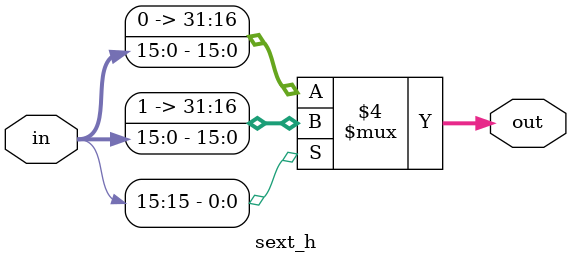
<source format=sv>
module sext_h
(
    input logic [15:0] in,
    output logic [31:0] out
);

    always_comb begin
        if(in[15] == 1'b1)
            out = {16'b1111111111111111, in};
        else
            out = {16'b0000000000000000, in};
    end

endmodule
</source>
